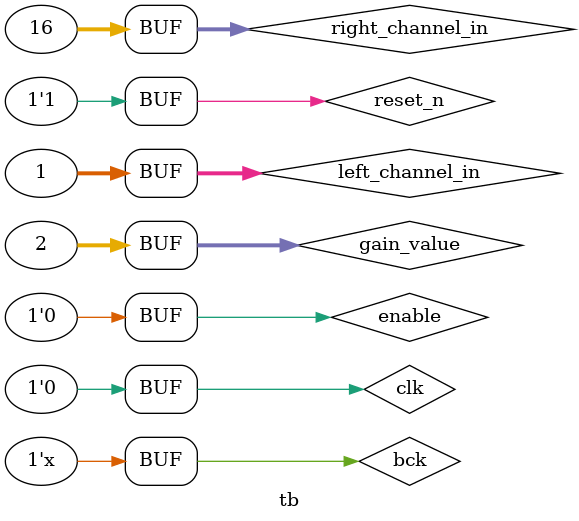
<source format=v>
`timescale 1ns / 1ps


module tb();

    reg clk, reset_n, enable;
    reg [31:0] left_channel_in, right_channel_in, gain_value;
    wire [31:0] left_channel_out, right_channel_out;
    wire lrck, i2s_data;
    
    initial begin
        enable = 0;
        left_channel_in = 32'h00000001;
        gain_value = 32'd2;
        right_channel_in = 32'h00000010;
        clk = 0;
        reset_n = 1;
    end
    
    initial begin
        #20 reset_n = 0;
        #5 reset_n = 1;
    end
    
    always begin
        #200 bck=~bck;
    end
    
    gain gain_fx_inst (
        .clk(clk),
        .reset_n(reset_n),
        .enable(enable),
        .left_channel_in(left_channel_in),
        .right_channel_in(right_channel_in),
        .left_channel_out(left_channel_out),
        .right_channel_out(right_channel_out),
        .gain_value(gain_value)
    );
endmodule

</source>
